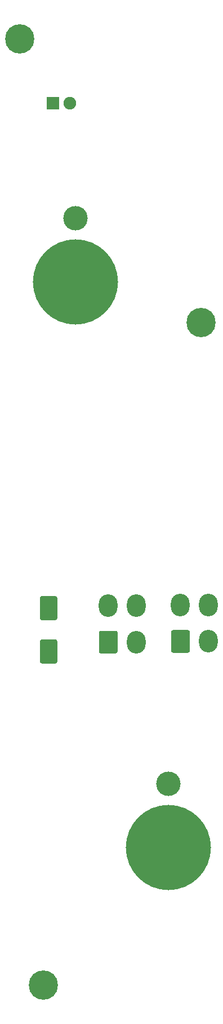
<source format=gbr>
%TF.GenerationSoftware,KiCad,Pcbnew,(5.1.6)-1*%
%TF.CreationDate,2021-08-23T14:52:40+10:00*%
%TF.ProjectId,SPIN RCV Panel PCB V1,5350494e-2052-4435-9620-50616e656c20,rev?*%
%TF.SameCoordinates,Original*%
%TF.FileFunction,Soldermask,Bot*%
%TF.FilePolarity,Negative*%
%FSLAX46Y46*%
G04 Gerber Fmt 4.6, Leading zero omitted, Abs format (unit mm)*
G04 Created by KiCad (PCBNEW (5.1.6)-1) date 2021-08-23 14:52:40*
%MOMM*%
%LPD*%
G01*
G04 APERTURE LIST*
%ADD10C,4.400000*%
%ADD11C,12.800000*%
%ADD12C,3.672000*%
%ADD13O,2.800000X3.400000*%
%ADD14C,1.900000*%
%ADD15R,1.900000X1.900000*%
G04 APERTURE END LIST*
D10*
%TO.C,REF\u002A\u002A*%
X243321123Y-153885436D03*
%TD*%
%TO.C,REF\u002A\u002A*%
X267006623Y-54380936D03*
%TD*%
%TO.C,REF\u002A\u002A*%
X239765123Y-11835936D03*
%TD*%
D11*
%TO.C,REF\u002A\u002A*%
X248083623Y-48284936D03*
X248083623Y-48284936D03*
D12*
X248083623Y-38759936D03*
%TD*%
D11*
%TO.C,REF\u002A\u002A*%
X262053623Y-133215091D03*
X262053623Y-133215091D03*
D12*
X262053623Y-123690091D03*
%TD*%
D13*
%TO.C,J2*%
X257235000Y-96900000D03*
X253035000Y-96900000D03*
X257235000Y-102400000D03*
G36*
G01*
X251635000Y-103839600D02*
X251635000Y-100960400D01*
G75*
G02*
X251895400Y-100700000I260400J0D01*
G01*
X254174600Y-100700000D01*
G75*
G02*
X254435000Y-100960400I0J-260400D01*
G01*
X254435000Y-103839600D01*
G75*
G02*
X254174600Y-104100000I-260400J0D01*
G01*
X251895400Y-104100000D01*
G75*
G02*
X251635000Y-103839600I0J260400D01*
G01*
G37*
%TD*%
%TO.C,J1*%
X268100000Y-96800000D03*
X263900000Y-96800000D03*
X268100000Y-102300000D03*
G36*
G01*
X262500000Y-103739600D02*
X262500000Y-100860400D01*
G75*
G02*
X262760400Y-100600000I260400J0D01*
G01*
X265039600Y-100600000D01*
G75*
G02*
X265300000Y-100860400I0J-260400D01*
G01*
X265300000Y-103739600D01*
G75*
G02*
X265039600Y-104000000I-260400J0D01*
G01*
X262760400Y-104000000D01*
G75*
G02*
X262500000Y-103739600I0J260400D01*
G01*
G37*
%TD*%
D14*
%TO.C,D1*%
X247294000Y-21500000D03*
D15*
X244754000Y-21500000D03*
%TD*%
%TO.C,C1*%
G36*
G01*
X245109000Y-99109000D02*
X243029000Y-99109000D01*
G75*
G02*
X242769000Y-98849000I0J260000D01*
G01*
X242769000Y-95769000D01*
G75*
G02*
X243029000Y-95509000I260000J0D01*
G01*
X245109000Y-95509000D01*
G75*
G02*
X245369000Y-95769000I0J-260000D01*
G01*
X245369000Y-98849000D01*
G75*
G02*
X245109000Y-99109000I-260000J0D01*
G01*
G37*
G36*
G01*
X245109000Y-105609000D02*
X243029000Y-105609000D01*
G75*
G02*
X242769000Y-105349000I0J260000D01*
G01*
X242769000Y-102269000D01*
G75*
G02*
X243029000Y-102009000I260000J0D01*
G01*
X245109000Y-102009000D01*
G75*
G02*
X245369000Y-102269000I0J-260000D01*
G01*
X245369000Y-105349000D01*
G75*
G02*
X245109000Y-105609000I-260000J0D01*
G01*
G37*
%TD*%
M02*

</source>
